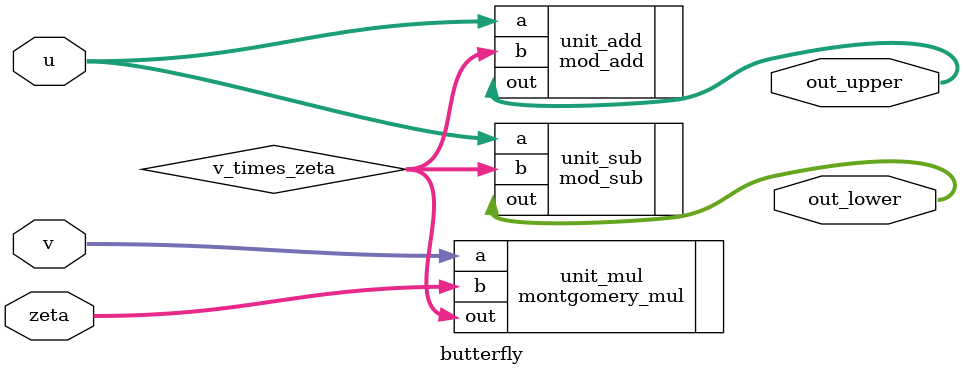
<source format=v>
`timescale 1ns / 1ps

module butterfly (
    input  wire signed [15:0] u,
    input  wire signed [15:0] v,
    input  wire signed [15:0] zeta, // Factorul de "twiddle"
    output wire signed [15:0] out_upper, // U + V*zeta
    output wire signed [15:0] out_lower  // U - V*zeta
);

    // Firul care tine rezultatul inmultirii V * zeta
    wire signed [15:0] v_times_zeta;

    // 1. Calculam V * zeta folosind Inmultitorul Montgomery
    montgomery_mul unit_mul (
        .a(v),
        .b(zeta),
        .out(v_times_zeta)
    );

    // 2. Calculam U + (V*zeta)
    mod_add unit_add (
        .a(u),
        .b(v_times_zeta),
        .out(out_upper)
    );

    // 3. Calculam U - (V*zeta)
    mod_sub unit_sub (
        .a(u),
        .b(v_times_zeta),
        .out(out_lower)
    );

endmodule
</source>
